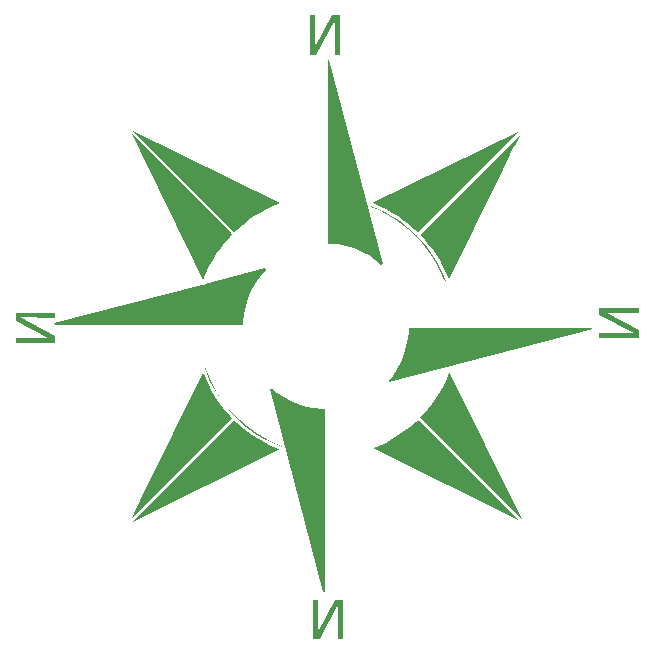
<source format=gbo>
G04*
G04 #@! TF.GenerationSoftware,Altium Limited,Altium Designer,21.8.1 (53)*
G04*
G04 Layer_Color=32896*
%FSLAX25Y25*%
%MOIN*%
G70*
G04*
G04 #@! TF.SameCoordinates,DAEDDD48-B243-4404-BE66-89772E550788*
G04*
G04*
G04 #@! TF.FilePolarity,Positive*
G04*
G01*
G75*
G36*
X137157Y264082D02*
X137122Y253420D01*
X142833Y264065D01*
X145542Y264056D01*
X145500Y251000D01*
X143870Y251005D01*
X143905Y262685D01*
X137644Y251024D01*
X135485Y251031D01*
X135525Y264087D01*
X137157Y264082D01*
D02*
G37*
G36*
X125509Y201459D02*
X125505Y201458D01*
X123275Y200549D01*
X121098Y199519D01*
X118981Y198372D01*
X116931Y197109D01*
X114952Y195736D01*
X113052Y194256D01*
X111237Y192674D01*
X110373Y191835D01*
X110371Y191837D01*
X110366Y191842D01*
X110362Y191847D01*
X110357Y191852D01*
X110355Y191854D01*
X110355Y191854D01*
X76587Y225661D01*
X125509Y201459D01*
D02*
G37*
G36*
X171526Y191735D02*
X170664Y192580D01*
X168850Y194173D01*
X166951Y195664D01*
X164972Y197048D01*
X162921Y198321D01*
X160802Y199479D01*
X158623Y200518D01*
X156390Y201436D01*
X156382Y201439D01*
X205419Y225589D01*
X171526Y191735D01*
D02*
G37*
G36*
X159789Y181236D02*
X159741Y181185D01*
X159343Y180965D01*
X157359Y182593D01*
X155107Y184098D01*
X152719Y185374D01*
X150218Y186410D01*
X147626Y187197D01*
X144971Y187725D01*
X143324Y187887D01*
X143110Y187927D01*
X142809Y187938D01*
X142276Y187990D01*
X141501D01*
X141495Y249170D01*
X141991Y249234D01*
X159789Y181236D01*
D02*
G37*
G36*
X203820Y220573D02*
X203747Y220517D01*
X203694Y220409D01*
X198885Y210596D01*
X181799Y176059D01*
X180965Y178108D01*
X179933Y180288D01*
X178783Y182407D01*
X177518Y184460D01*
X176143Y186441D01*
X174660Y188343D01*
X173075Y190160D01*
X172234Y191024D01*
X172234Y191024D01*
X205778Y224530D01*
X203820Y220573D01*
D02*
G37*
G36*
X109645Y191146D02*
X109647Y191143D01*
X109652Y191139D01*
X109657Y191135D01*
X109661Y191130D01*
X109663Y191128D01*
X108816Y190266D01*
X107220Y188450D01*
X105726Y186548D01*
X104339Y184568D01*
X103064Y182514D01*
X101904Y180392D01*
X100862Y178210D01*
X99943Y175974D01*
X99939Y175964D01*
X75752Y225077D01*
X109645Y191146D01*
D02*
G37*
G36*
X156046Y200476D02*
X158261Y199564D01*
X160421Y198528D01*
X162520Y197374D01*
X164551Y196104D01*
X166508Y194722D01*
X168385Y193233D01*
X170176Y191641D01*
X171037Y190808D01*
X171037Y190808D01*
X171055Y190763D01*
X171110Y190681D01*
X171179Y190611D01*
X171261Y190556D01*
X171306Y190537D01*
X172135Y189674D01*
X173719Y187881D01*
X175200Y186001D01*
X176573Y184042D01*
X177835Y182009D01*
X178981Y179909D01*
X180009Y177748D01*
X180896Y175577D01*
X180312Y175733D01*
X179024Y178719D01*
X177510Y181608D01*
X175783Y184375D01*
X173853Y187004D01*
X171731Y189480D01*
X169428Y191790D01*
X166958Y193920D01*
X164334Y195858D01*
X161573Y197593D01*
X158688Y199115D01*
X155819Y200363D01*
X155763Y200579D01*
X156046Y200476D01*
D02*
G37*
G36*
X181030Y174504D02*
X180876Y174193D01*
X180876Y174193D01*
X180734Y174583D01*
X181030Y174504D01*
D02*
G37*
G36*
X120790Y179273D02*
X120477Y178961D01*
X118760Y176868D01*
X117255Y174616D01*
X115979Y172228D01*
X114943Y169727D01*
X114157Y167135D01*
X113628Y164480D01*
X113363Y161785D01*
Y161441D01*
X113100Y161009D01*
X113000Y161009D01*
X50406Y161002D01*
X50343Y161498D01*
X99641Y174298D01*
X99658Y174262D01*
X99829Y174203D01*
X99963Y174139D01*
X99991Y174146D01*
X100050Y174125D01*
X100187Y174192D01*
X100303Y174219D01*
X100341Y174266D01*
X100425Y174306D01*
X100465Y174422D01*
X100521Y174493D01*
Y174527D01*
X120532Y179723D01*
X120790Y179273D01*
D02*
G37*
G36*
X245087Y166475D02*
X245082Y164843D01*
X234420Y164877D01*
X245065Y159167D01*
X245056Y156458D01*
X232000Y156500D01*
X232005Y158130D01*
X243685Y158095D01*
X232024Y164356D01*
X232031Y166515D01*
X245087Y166475D01*
D02*
G37*
G36*
X50500Y165000D02*
X50495Y163370D01*
X38815Y163406D01*
X50476Y157144D01*
X50469Y154985D01*
X37413Y155025D01*
X37418Y156657D01*
X48080Y156623D01*
X37435Y162333D01*
X37444Y165042D01*
X50500Y165000D01*
D02*
G37*
G36*
X229744Y159502D02*
X162024Y141914D01*
X161741Y142357D01*
X163084Y143994D01*
X164589Y146246D01*
X165865Y148634D01*
X166901Y151136D01*
X167687Y153727D01*
X168216Y156382D01*
X168395Y158206D01*
X168427Y158376D01*
X168436Y158614D01*
X168481Y159077D01*
Y159949D01*
X168483Y159991D01*
X229681Y159998D01*
X229744Y159502D01*
D02*
G37*
G36*
X101184Y145276D02*
X102476Y142281D01*
X103990Y139392D01*
X105717Y136625D01*
X107647Y133996D01*
X109769Y131519D01*
X112072Y129210D01*
X114542Y127080D01*
X117166Y125142D01*
X119927Y123407D01*
X122812Y121885D01*
X125803Y120584D01*
X126236Y120424D01*
X126293Y120210D01*
X125423Y120531D01*
X122467Y121817D01*
X119616Y123321D01*
X116886Y125036D01*
X114293Y126951D01*
X111852Y129057D01*
X109576Y131340D01*
X107478Y133787D01*
X105570Y136386D01*
X103863Y139121D01*
X102367Y141976D01*
X101090Y144936D01*
X100564Y146375D01*
Y146461D01*
X100508Y146531D01*
X100500Y146556D01*
X100624Y146807D01*
X101184Y145276D01*
D02*
G37*
G36*
X206164Y96192D02*
X172314Y130082D01*
X172314D01*
X173159Y130944D01*
X174752Y132757D01*
X176242Y134657D01*
X177626Y136635D01*
X178899Y138686D01*
X180057Y140805D01*
X181096Y142983D01*
X182014Y145216D01*
X182017Y145224D01*
X206164Y96192D01*
D02*
G37*
G36*
X100126Y144563D02*
X101434Y141531D01*
X102966Y138607D01*
X104714Y135806D01*
X106668Y133144D01*
X108817Y130637D01*
X109621Y129830D01*
X75738Y95986D01*
X78144Y100850D01*
X78172Y100871D01*
X78224Y100979D01*
X78224Y100979D01*
X79999Y104600D01*
X99979Y144988D01*
X100126Y144563D01*
D02*
G37*
G36*
X205450Y95488D02*
X156448Y119730D01*
X156453Y119731D01*
X158686Y120642D01*
X160866Y121673D01*
X162986Y122823D01*
X165039Y124088D01*
X167020Y125464D01*
X168922Y126947D01*
X170739Y128532D01*
X171603Y129374D01*
X205450Y95488D01*
D02*
G37*
G36*
X111148Y128299D02*
X113648Y126143D01*
X116304Y124182D01*
X119099Y122425D01*
X122019Y120884D01*
X125047Y119568D01*
X125474Y119419D01*
X76442Y95271D01*
X110329Y129120D01*
X111148Y128299D01*
D02*
G37*
G36*
X124485Y138269D02*
X126737Y136764D01*
X129125Y135488D01*
X131626Y134452D01*
X134218Y133666D01*
X136873Y133137D01*
X139568Y132872D01*
X140423D01*
X140491Y132708D01*
X140491Y132500D01*
X140498Y71857D01*
X140002Y71794D01*
X122303Y139413D01*
X122746Y139697D01*
X124485Y138269D01*
D02*
G37*
G36*
X138253Y69163D02*
X138219Y58500D01*
X143930Y69145D01*
X146638Y69137D01*
X146596Y56080D01*
X144966Y56085D01*
X145002Y67765D01*
X138740Y56105D01*
X136581Y56112D01*
X136621Y69167D01*
X138253Y69163D01*
D02*
G37*
M02*

</source>
